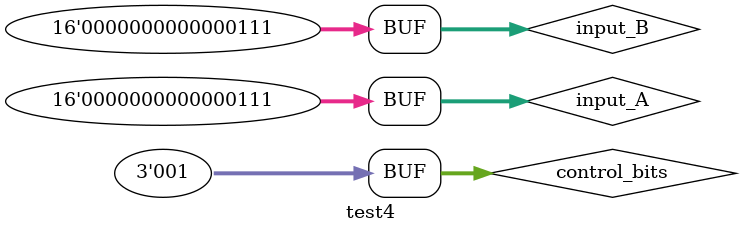
<source format=v>
`timescale 1ns / 1ps


////////////////////////////////////////////////////////////////////////////////
// Company: 
// Engineer:
//
// Create Date:   03:54:47 04/02/2020
// Design Name:   ALU
// Module Name:   G:/GitRepositories/8th Semester/Architecture Lab 2020/HW 2/HW2/test3.v
// Project Name:  HW2
// Target Device:  
// Tool versions:  
// Description: 
//
// Verilog Test Fixture created by ISE for module: ALU
//
// Dependencies:
// 
// Revision:
// Revision 0.01 - File Created
// Additional Comments:
// 
////////////////////////////////////////////////////////////////////////////////

module test4;

	// Inputs
	reg [15:0] input_A;
	reg [15:0] input_B;
	reg [2:0] control_bits;

	// Outputs
	wire [15:0] output_O;
	wire zero;

	// Instantiate the Unit Under Test (UUT)
	ALU uut (
		.input_A(input_A), 
		.input_B(input_B), 
		.control_bits(control_bits), 
		.output_O(output_O), 
		.zero(zero)
	);

	initial begin
						// Initialize Inputs
		input_A = 0;
		input_B = 0;
		control_bits = 0;

		// Wait 100 ns for global reset to finish
		#100;
		input_A = 11 ;
		input_B = 3 ;

		
		// ============ ATTENTIONS ================
		//	* 1 - 100NS is required between changing the control signal bits.
		//	* 2 - 10NS is required after changing the control bits and the if-statement in order to give the ALU 
		//			enough time to claculate the results before if-statement evaluation.
		//========================================
		
		// ADD
		control_bits = 0 ;
		#10;
		if ( output_O != 14 ) $display(" Add Failed !");
		else $display("ADD  Successful !");
		
		
		
		#100;
		// SUB
		control_bits = 1 ;
		#10;
		if ( output_O != 8 ) $display("SUB Failed !");
		else $display("SUB  Successful !");
		
		
		
		#100;
		// AND
		control_bits = 2 ;
		#10;
		if ( output_O != 3 ) $display("AND Failed !");
		else $display("AND  Successful !");
		
		
		
		#100;
		// OR
		control_bits = 3 ;
		#10;
		if ( output_O != 11 ) $display("OR Failed !");
		else $display("OR  Successful !");
		
		
		#100;
		// SLT
		control_bits = 4 ;
		#10;
      if ( output_O != 1 ) $display("SLT Failed !");
		else $display("SLT  Successful !");
		
		#100
		// Testing Zero Flag : 
		input_A = 7 ;
		input_B = 7 ;
		control_bits = 1 ;
		#10;
		if ( output_O != 0 ) $display("Zero Failed !");
		else $display("Zero Flag  Successful !");

		
	end
      
endmodule





</source>
